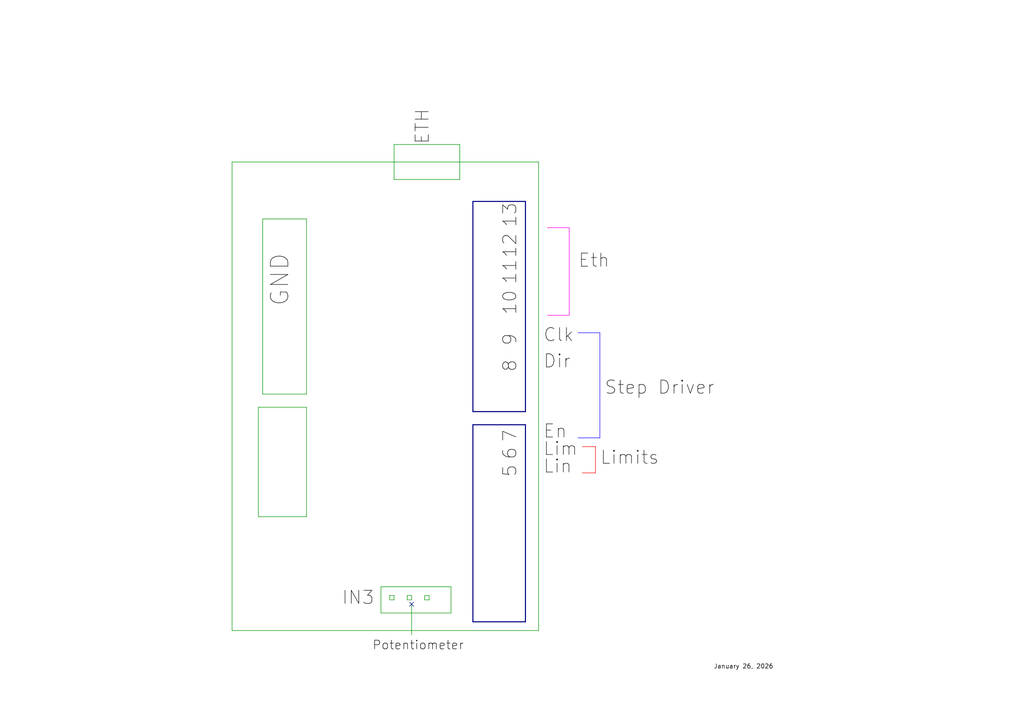
<source format=kicad_sch>
(kicad_sch
	(version 20250114)
	(generator "eeschema")
	(generator_version "9.0")
	(uuid "c62cd958-2535-4e73-9548-33b2cc6df88d")
	(paper "A4")
	(lib_symbols)
	(no_connect
		(at 119.38 175.26)
		(uuid "976e584d-0988-44a4-8ac3-3344316416a6")
	)
	(wire
		(pts
			(xy 119.38 175.26) (xy 119.38 184.15)
		)
		(stroke
			(width 0)
			(type default)
		)
		(uuid "00c3da3f-fc80-4eb4-88be-10f29c624794")
	)
	(wire
		(pts
			(xy 67.31 182.88) (xy 156.21 182.88)
		)
		(stroke
			(width 0)
			(type default)
		)
		(uuid "00f60d1d-0495-4b93-b392-4fd370810a69")
	)
	(wire
		(pts
			(xy 110.49 177.8) (xy 130.81 177.8)
		)
		(stroke
			(width 0)
			(type default)
		)
		(uuid "05c023ea-06c9-4c8a-a518-53d9fd9fbb34")
	)
	(wire
		(pts
			(xy 123.19 172.72) (xy 123.19 173.99)
		)
		(stroke
			(width 0)
			(type default)
		)
		(uuid "07254d8a-c972-408f-a4f9-447d1917be3d")
	)
	(wire
		(pts
			(xy 123.19 172.72) (xy 124.46 172.72)
		)
		(stroke
			(width 0)
			(type default)
		)
		(uuid "0c7d738c-5461-4b88-a4dc-5d9e2888162b")
	)
	(bus
		(pts
			(xy 137.16 58.42) (xy 152.4 58.42)
		)
		(stroke
			(width 0)
			(type default)
		)
		(uuid "0e6f9863-b5f8-438d-9a01-d6e197f9318c")
	)
	(wire
		(pts
			(xy 76.2 114.3) (xy 88.9 114.3)
		)
		(stroke
			(width 0)
			(type default)
		)
		(uuid "130c45a0-f689-474d-9777-991d4a460306")
	)
	(wire
		(pts
			(xy 130.81 177.8) (xy 130.81 170.18)
		)
		(stroke
			(width 0)
			(type default)
		)
		(uuid "14b546a9-aba7-4ba2-a48e-b004d6bf2d3b")
	)
	(wire
		(pts
			(xy 74.93 118.11) (xy 88.9 118.11)
		)
		(stroke
			(width 0)
			(type default)
		)
		(uuid "1a86ee05-016d-4257-bb0e-a0b12b8fccb0")
	)
	(wire
		(pts
			(xy 76.2 63.5) (xy 88.9 63.5)
		)
		(stroke
			(width 0)
			(type default)
		)
		(uuid "2bb62d01-2d7e-4668-858c-f47b8fcd21cb")
	)
	(wire
		(pts
			(xy 158.75 66.04) (xy 165.1 66.04)
		)
		(stroke
			(width 0)
			(type default)
			(color 255 0 227 1)
		)
		(uuid "2ea957c4-8d4c-4686-8738-8b12d13ef6c0")
	)
	(wire
		(pts
			(xy 158.75 91.44) (xy 165.1 91.44)
		)
		(stroke
			(width 0)
			(type default)
			(color 255 0 227 1)
		)
		(uuid "32051784-96bc-48d9-9c6f-017ffdb850f9")
	)
	(wire
		(pts
			(xy 165.1 66.04) (xy 165.1 91.44)
		)
		(stroke
			(width 0)
			(type default)
			(color 255 0 227 1)
		)
		(uuid "41913bef-89e4-42b6-9d8f-7f45b1c03f0c")
	)
	(bus
		(pts
			(xy 137.16 123.19) (xy 152.4 123.19)
		)
		(stroke
			(width 0)
			(type default)
		)
		(uuid "437c0224-2960-4164-9a19-ca84ed3eab73")
	)
	(bus
		(pts
			(xy 137.16 58.42) (xy 137.16 119.38)
		)
		(stroke
			(width 0)
			(type default)
		)
		(uuid "5100d459-fbc5-420f-909d-3ea253d561a6")
	)
	(wire
		(pts
			(xy 114.3 173.99) (xy 113.03 173.99)
		)
		(stroke
			(width 0)
			(type default)
		)
		(uuid "52a47ef8-0402-4f33-997f-b409b8cd8dbe")
	)
	(wire
		(pts
			(xy 76.2 63.5) (xy 76.2 114.3)
		)
		(stroke
			(width 0)
			(type default)
		)
		(uuid "5bc3e389-a814-4cdf-a567-7953382852cf")
	)
	(wire
		(pts
			(xy 167.64 96.52) (xy 173.99 96.52)
		)
		(stroke
			(width 0)
			(type default)
			(color 13 0 255 1)
		)
		(uuid "5d7dd091-f3b6-480a-8614-2709150e82c0")
	)
	(bus
		(pts
			(xy 152.4 123.19) (xy 152.4 180.34)
		)
		(stroke
			(width 0)
			(type default)
		)
		(uuid "5f70356a-b055-441d-af1d-855e1907975e")
	)
	(wire
		(pts
			(xy 133.35 52.07) (xy 133.35 41.91)
		)
		(stroke
			(width 0)
			(type default)
		)
		(uuid "744e8215-201f-4770-8d46-0ff0ba32570a")
	)
	(wire
		(pts
			(xy 114.3 172.72) (xy 114.3 173.99)
		)
		(stroke
			(width 0)
			(type default)
		)
		(uuid "75540d5b-9e1b-49c3-a3a9-be68c71b5f1f")
	)
	(bus
		(pts
			(xy 152.4 119.38) (xy 152.4 58.42)
		)
		(stroke
			(width 0)
			(type default)
		)
		(uuid "7b456d7b-9985-40ea-8797-a5f5bc66d7a4")
	)
	(wire
		(pts
			(xy 124.46 173.99) (xy 124.46 172.72)
		)
		(stroke
			(width 0)
			(type default)
		)
		(uuid "7b59cc2d-11cf-495c-9a49-b56c7d1f6a20")
	)
	(wire
		(pts
			(xy 88.9 149.86) (xy 74.93 149.86)
		)
		(stroke
			(width 0)
			(type default)
		)
		(uuid "830df44a-2fac-4f66-b8a0-ccc8e2b05e4d")
	)
	(wire
		(pts
			(xy 67.31 46.99) (xy 156.21 46.99)
		)
		(stroke
			(width 0)
			(type default)
		)
		(uuid "848bd4db-fb8e-405a-8739-828e077916f1")
	)
	(wire
		(pts
			(xy 110.49 170.18) (xy 130.81 170.18)
		)
		(stroke
			(width 0)
			(type default)
		)
		(uuid "8a456fe6-b72d-4887-84d4-b53fb17a1b2d")
	)
	(wire
		(pts
			(xy 113.03 172.72) (xy 114.3 172.72)
		)
		(stroke
			(width 0)
			(type default)
		)
		(uuid "8addee7d-c082-4be7-8a1a-2c89b69654b0")
	)
	(wire
		(pts
			(xy 168.91 137.16) (xy 172.72 137.16)
		)
		(stroke
			(width 0)
			(type default)
			(color 255 4 0 1)
		)
		(uuid "8fe5e09e-889b-4c8d-b942-c2dc6efd8c06")
	)
	(wire
		(pts
			(xy 67.31 182.88) (xy 67.31 46.99)
		)
		(stroke
			(width 0)
			(type default)
		)
		(uuid "956b6616-7a23-4e0c-9939-f0260718d8e3")
	)
	(wire
		(pts
			(xy 118.11 172.72) (xy 119.38 172.72)
		)
		(stroke
			(width 0)
			(type default)
		)
		(uuid "9626da73-05b5-4825-8a7c-b2de52c1aebf")
	)
	(wire
		(pts
			(xy 156.21 46.99) (xy 156.21 182.88)
		)
		(stroke
			(width 0)
			(type default)
		)
		(uuid "a8e754bd-c0a5-485c-b98a-59ab90008df1")
	)
	(bus
		(pts
			(xy 137.16 119.38) (xy 152.4 119.38)
		)
		(stroke
			(width 0)
			(type default)
		)
		(uuid "acfe0b28-3402-498b-92c3-92c600a72817")
	)
	(wire
		(pts
			(xy 123.19 173.99) (xy 124.46 173.99)
		)
		(stroke
			(width 0)
			(type default)
		)
		(uuid "b1246e49-579b-44ac-90f4-e9b421fd4fcc")
	)
	(wire
		(pts
			(xy 74.93 149.86) (xy 74.93 118.11)
		)
		(stroke
			(width 0)
			(type default)
		)
		(uuid "bc69e227-1d4c-4462-8b61-9c34fe62e0c4")
	)
	(wire
		(pts
			(xy 167.64 127) (xy 173.99 127)
		)
		(stroke
			(width 0)
			(type default)
			(color 13 0 255 1)
		)
		(uuid "c630638e-2eec-406a-bd93-f895a15219f3")
	)
	(wire
		(pts
			(xy 173.99 96.52) (xy 173.99 127)
		)
		(stroke
			(width 0)
			(type default)
			(color 13 0 255 1)
		)
		(uuid "ca2bd8aa-8e11-4123-8df6-7effb1f38b0c")
	)
	(wire
		(pts
			(xy 118.11 172.72) (xy 118.11 173.99)
		)
		(stroke
			(width 0)
			(type default)
		)
		(uuid "ca913067-2f80-47ca-a363-59c47c363ff0")
	)
	(wire
		(pts
			(xy 113.03 173.99) (xy 113.03 172.72)
		)
		(stroke
			(width 0)
			(type default)
		)
		(uuid "cbc2bda4-9a06-4a59-b284-a028015fb768")
	)
	(wire
		(pts
			(xy 114.3 41.91) (xy 114.3 52.07)
		)
		(stroke
			(width 0)
			(type default)
		)
		(uuid "ceedb92d-17b2-4f11-9db7-a55bd7d5c305")
	)
	(wire
		(pts
			(xy 118.11 173.99) (xy 119.38 173.99)
		)
		(stroke
			(width 0)
			(type default)
		)
		(uuid "d19ab14e-7d07-41a5-b41b-4ff439616bec")
	)
	(wire
		(pts
			(xy 168.91 129.54) (xy 172.72 129.54)
		)
		(stroke
			(width 0)
			(type default)
			(color 255 4 0 1)
		)
		(uuid "d21573b3-f843-4b5e-8ec2-33b2c3b14296")
	)
	(wire
		(pts
			(xy 172.72 129.54) (xy 172.72 137.16)
		)
		(stroke
			(width 0)
			(type default)
			(color 255 4 0 1)
		)
		(uuid "ddb6ae2b-2be0-4376-94fa-5422a1b64cd4")
	)
	(wire
		(pts
			(xy 114.3 52.07) (xy 133.35 52.07)
		)
		(stroke
			(width 0)
			(type default)
		)
		(uuid "de1f8d81-f520-4faa-9e10-e0f993436283")
	)
	(bus
		(pts
			(xy 137.16 180.34) (xy 137.16 123.19)
		)
		(stroke
			(width 0)
			(type default)
		)
		(uuid "e1bad4ad-12db-43fe-9086-c67a629a36bd")
	)
	(wire
		(pts
			(xy 119.38 173.99) (xy 119.38 172.72)
		)
		(stroke
			(width 0)
			(type default)
		)
		(uuid "e872f3d0-4654-486f-a19a-ba2b2744a62f")
	)
	(wire
		(pts
			(xy 88.9 118.11) (xy 88.9 149.86)
		)
		(stroke
			(width 0)
			(type default)
		)
		(uuid "eb87a0c9-75cf-4137-981f-9d31d9a24240")
	)
	(bus
		(pts
			(xy 152.4 180.34) (xy 137.16 180.34)
		)
		(stroke
			(width 0)
			(type default)
		)
		(uuid "eded90de-fc6b-416a-8dff-38d886c9f705")
	)
	(wire
		(pts
			(xy 88.9 114.3) (xy 88.9 63.5)
		)
		(stroke
			(width 0)
			(type default)
		)
		(uuid "f76cf64c-5360-4d36-8ee4-b42ba8ae71b8")
	)
	(wire
		(pts
			(xy 114.3 41.91) (xy 133.35 41.91)
		)
		(stroke
			(width 0)
			(type default)
		)
		(uuid "f8cd5838-93d0-4bab-bfba-fa22641e05f0")
	)
	(wire
		(pts
			(xy 110.49 170.18) (xy 110.49 177.8)
		)
		(stroke
			(width 0)
			(type default)
		)
		(uuid "fc95c600-863b-4a99-9888-be5b062d5ece")
	)
	(label "Lin"
		(at 157.48 138.43 0)
		(effects
			(font
				(size 3.81 3.81)
			)
			(justify left bottom)
		)
		(uuid "219bd59c-71d8-49bf-a579-cc92e77fbdcd")
	)
	(label "Step Driver"
		(at 175.26 115.57 0)
		(effects
			(font
				(size 3.81 3.81)
			)
			(justify left bottom)
		)
		(uuid "25497813-99b7-4df9-9abd-a211c8e42886")
	)
	(label "13"
		(at 151.13 66.04 90)
		(effects
			(font
				(size 3.81 3.81)
			)
			(justify left bottom)
		)
		(uuid "2fc36064-f4e7-437f-a1c4-38079b158479")
	)
	(label "Lim"
		(at 157.48 133.35 0)
		(effects
			(font
				(size 3.81 3.81)
			)
			(justify left bottom)
		)
		(uuid "30662a14-7a04-4d3b-a09f-f0843f50c848")
	)
	(label "Clk"
		(at 157.48 100.33 0)
		(effects
			(font
				(size 3.81 3.81)
			)
			(justify left bottom)
		)
		(uuid "3bbf4434-8061-44a0-b6ab-bb6801d03e16")
	)
	(label "Eth"
		(at 167.64 78.74 0)
		(effects
			(font
				(size 3.81 3.81)
			)
			(justify left bottom)
		)
		(uuid "3d3b2b73-4ccc-4561-aca4-1299c5977212")
	)
	(label "Dir"
		(at 157.48 107.95 0)
		(effects
			(font
				(size 3.81 3.81)
			)
			(justify left bottom)
		)
		(uuid "52f1fc3a-6104-409b-9142-325f049f8f2b")
	)
	(label "6"
		(at 151.13 133.35 90)
		(effects
			(font
				(size 3.81 3.81)
			)
			(justify left bottom)
		)
		(uuid "54beb1fe-a962-4127-be4d-e6cc06c06801")
	)
	(label "ETH"
		(at 125.73 41.91 90)
		(effects
			(font
				(size 3.81 3.81)
			)
			(justify left bottom)
		)
		(uuid "5a1942c2-4ba5-42a9-8c13-9483b70705b8")
	)
	(label "9"
		(at 151.13 100.33 90)
		(effects
			(font
				(size 3.81 3.81)
			)
			(justify left bottom)
		)
		(uuid "5b240d07-1454-4d16-a0fd-8c787dbb060f")
	)
	(label "IN3"
		(at 99.06 176.53 0)
		(effects
			(font
				(size 3.81 3.81)
			)
			(justify left bottom)
		)
		(uuid "8ad4e221-fb43-461e-9982-d7db264304d6")
	)
	(label "GND"
		(at 82.55 88.9 90)
		(effects
			(font
				(size 5.08 5.08)
			)
			(justify left)
		)
		(uuid "8b1b712b-e605-4c0c-8a62-3520f90e7a9c")
	)
	(label "Limits"
		(at 173.99 135.89 0)
		(effects
			(font
				(size 3.81 3.81)
			)
			(justify left bottom)
		)
		(uuid "8c8fbeac-d1c7-44dd-bce5-ddee751cff50")
	)
	(label "5"
		(at 151.13 138.43 90)
		(effects
			(font
				(size 3.81 3.81)
			)
			(justify left bottom)
		)
		(uuid "99499ace-bc05-4f07-8937-52ecbd4934fb")
	)
	(label "8"
		(at 151.13 107.95 90)
		(effects
			(font
				(size 3.81 3.81)
			)
			(justify left bottom)
		)
		(uuid "c149553b-e253-41d4-ba03-85d799fc18b1")
	)
	(label "7"
		(at 151.13 128.27 90)
		(effects
			(font
				(size 3.81 3.81)
			)
			(justify left bottom)
		)
		(uuid "c9df35fa-82da-48a9-a2d1-5694937868b1")
	)
	(label "10"
		(at 151.13 91.44 90)
		(effects
			(font
				(size 3.81 3.81)
			)
			(justify left bottom)
		)
		(uuid "d0a33d6e-5271-48ee-b2c9-71b4f4ede3ce")
	)
	(label "Potentiometer"
		(at 107.95 189.23 0)
		(effects
			(font
				(size 2.54 2.54)
			)
			(justify left bottom)
		)
		(uuid "d8920e6c-0958-46b0-a696-5f56738539a8")
	)
	(label "11"
		(at 151.13 82.55 90)
		(effects
			(font
				(size 3.81 3.81)
			)
			(justify left bottom)
		)
		(uuid "dd15fb4b-674b-45b4-8b5c-73841f9a9f08")
	)
	(label "12"
		(at 151.13 74.93 90)
		(effects
			(font
				(size 3.81 3.81)
			)
			(justify left bottom)
		)
		(uuid "e317817a-6597-4cc7-bc45-b84233b96bbe")
	)
	(label "En"
		(at 157.48 128.27 0)
		(effects
			(font
				(size 3.81 3.81)
			)
			(justify left bottom)
		)
		(uuid "f349aa51-e729-4e23-935d-7ea821d87a72")
	)
	(label "January 26, 2026"
		(at 207.01 194.31 0)
		(effects
			(font
				(size 1.27 1.27)
			)
			(justify left bottom)
		)
		(uuid "f3e627c2-8410-4eb4-9cf0-21b86bbdff2a")
	)
	(sheet_instances
		(path "/"
			(page "1")
		)
	)
	(embedded_fonts no)
)

</source>
